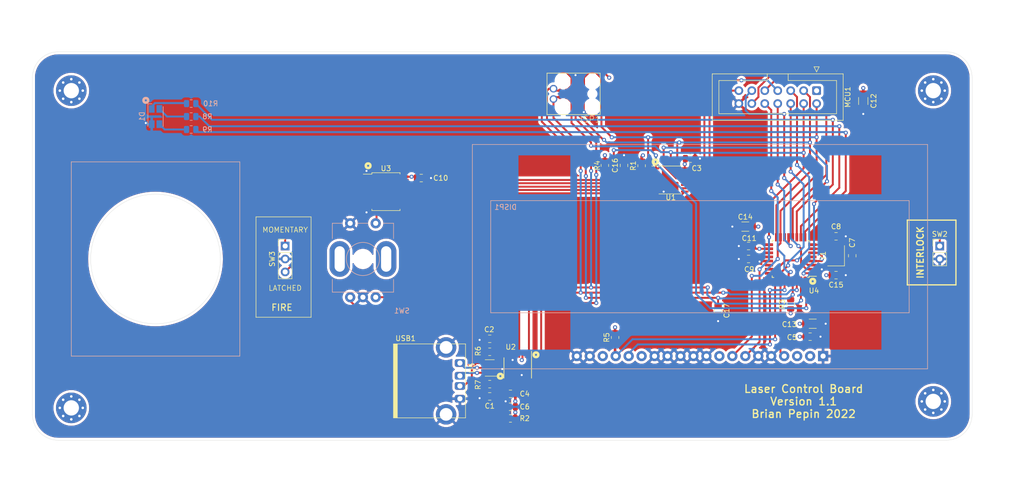
<source format=kicad_pcb>
(kicad_pcb (version 20211014) (generator pcbnew)
  (title_block (title "Laser Control Board") (date "2021-12-29") (rev "1.1"))
  (layers (0 "F.Cu" signal) (1 "In1.Cu" signal) (2 "In2.Cu" signal) (31 "B.Cu" signal) (34 "B.Paste" user) (35 "F.Paste" user) (36 "B.SilkS" user "B.Silkscreen") (37 "F.SilkS" user "F.Silkscreen") (38 "B.Mask" user) (39 "F.Mask" user) (44 "Edge.Cuts" user))
  (net 0 "")
  (net 1 "GND")
  (net 2 "USBD_N")
  (net 3 "USBD_P")
  (net 4 "+3V0")
  (net 5 "XTAL1")
  (net 6 "XTAL2")
  (net 7 "Net-(C9-Pad1)")
  (net 8 "Net-(D1-Pad4)")
  (net 9 "Net-(D1-Pad3)")
  (net 10 "DISP_CS")
  (net 11 "DISP_RES")
  (net 12 "DISP_DC")
  (net 13 "SCK")
  (net 14 "MOSI")
  (net 15 "MISO")
  (net 16 "ISP")
  (net 17 "RXD")
  (net 18 "TXD")
  (net 19 "RESET")
  (net 20 "INTERLOCK_SW")
  (net 21 "TEC_ENABLE")
  (net 22 "CS_TEC_SET")
  (net 23 "RST_LASER")
  (net 24 "INTERLOCK_EN")
  (net 25 "CS_CHARGE")
  (net 26 "CS_TEC_READ")
  (net 27 "TMP_LASER")
  (net 28 "CS_LASER")
  (net 29 "LED_R")
  (net 30 "LED_G")
  (net 31 "LED_B")
  (net 32 "ENC_SEL_SW")
  (net 33 "ENC_A_SW")
  (net 34 "ENC_B_SW")
  (net 35 "FIRE_LATCH_SW")
  (net 36 "FIRE_MOM_SW")
  (net 37 "BUTTON_IRQ")
  (net 38 "FIRE_LATCH")
  (net 39 "FIRE_MOM")
  (net 40 "ENC_SEL")
  (net 41 "CS_BUTTONS")
  (net 42 "Net-(D1-Pad1)")
  (net 43 "Net-(R6-Pad1)")
  (net 44 "Net-(R7-Pad1)")
  (net 45 "Net-(U5-Pad5)")
  (net 50 "Net-(C16-Pad2)")
  (footprint "Capacitor_SMD:C_0805_2012Metric" (layer "F.Cu") (at 180.975 81.915 180)
    (fp_text reference "C3")
    (fp_text value ".1uF")
  )
  (footprint "Capacitor_SMD:C_0805_2012Metric" (layer "F.Cu") (at 204.47 116.84 180)
    (fp_text reference "C5")
    (fp_text value ".1uF")
  )
  (footprint "Capacitor_SMD:C_0805_2012Metric" (layer "F.Cu") (at 212.725 100.965 90)
    (fp_text reference "C7")
    (fp_text value "18pF")
  )
  (footprint "Capacitor_SMD:C_0805_2012Metric" (layer "F.Cu") (at 209.55 97.155 180)
    (fp_text reference "C8")
    (fp_text value "18pF")
  )
  (footprint "Capacitor_SMD:C_0805_2012Metric" (layer "F.Cu") (at 192.405 101.6 180)
    (fp_text reference "C9")
    (fp_text value ".1uF")
  )
  (footprint "Capacitor_SMD:C_0805_2012Metric" (layer "F.Cu") (at 128.27 85.725 180)
    (fp_text reference "C10")
    (fp_text value ".1uF")
  )
  (footprint "Capacitor_SMD:C_0805_2012Metric" (layer "F.Cu") (at 192.405 99.06)
    (fp_text reference "C11")
    (fp_text value ".1uF")
  )
  (footprint "Capacitor_SMD:C_1206_3216Metric" (layer "F.Cu") (at 204.978 114.3)
    (fp_text reference "C13")
    (fp_text value "22uF")
  )
  (footprint "Capacitor_SMD:C_1206_3216Metric" (layer "F.Cu") (at 191.77 95.25 180)
    (fp_text reference "C14")
    (fp_text value "22uF")
  )
  (footprint "pepin-footprints:TC2050-IDC" (layer "F.Cu") (at 161.798 69.215 180)
    (fp_text reference "ISP1")
    (fp_text value "AVR_ISP_10_SERIAL" hide)
  )
  (footprint "Connector_IDC:IDC-Header_2x07_P2.54mm_Vertical" (layer "F.Cu") (at 205.74 68.58 -90)
    (fp_text reference "MCU1")
    (fp_text value "2-1761603-5")
  )
  (footprint "Resistor_SMD:R_0805_2012Metric" (layer "F.Cu") (at 171.45 83.312 90)
    (fp_text reference "R1")
    (fp_text value "10k")
  )
  (footprint "Resistor_SMD:R_0805_2012Metric" (layer "F.Cu") (at 200.66 110.49 90)
    (fp_text reference "R3")
    (fp_text value "10k")
  )
  (footprint "Connector_PinHeader_2.54mm:PinHeader_1x02_P2.54mm_Vertical" (layer "F.Cu") (at 229.87 99.06)
    (fp_text reference "SW2")
    (fp_text value "KO128B2007")
  )
  (footprint "Connector_PinHeader_2.54mm:PinHeader_1x03_P2.54mm_Vertical" (layer "F.Cu") (at 101.6 99.06)
    (fp_text reference "SW3")
    (fp_text value "TRD11G10WL")
  )
  (footprint "Package_SO:TSSOP-16_4.4x5mm_P0.65mm" (layer "F.Cu") (at 177.038 86.106)
    (fp_text reference "U1")
    (fp_text value "XRA1402IG16TR-F")
  )
  (footprint "Package_SO:SSOP-20_5.3x7.2mm_P0.65mm" (layer "F.Cu") (at 121.35 88.392)
    (fp_text reference "U3")
    (fp_text value "MAX6818EAP+T")
  )
  (footprint "Package_QFP:TQFP-32_7x7mm_P0.8mm" (layer "F.Cu") (at 200.66 101.6 180)
    (fp_text reference "U4")
    (fp_text value "ATMEGA328P-AU")
  )
  (footprint "Crystal:Crystal_SMD_3225-4Pin_3.2x2.5mm" (layer "F.Cu") (at 209.55 100.965 90)
    (fp_text reference "Y1")
    (fp_text value "ABM8AIG-20.000MHZ-4-T")
  )
  (footprint "Capacitor_SMD:C_0805_2012Metric" (layer "F.Cu") (at 209.55 104.775)
    (fp_text reference "C15")
    (fp_text value ".1uF")
  )
  (footprint "Capacitor_SMD:C_1206_3216Metric" (layer "F.Cu") (at 214.884 70.612 -90)
    (fp_text reference "C12")
    (fp_text value "22uF")
  )
  (footprint "Components:USB-A1HSW6" (layer "F.Cu") (at 135.844 125.513 -90)
    (fp_text reference "USB1")
    (fp_text value "USB-A1HSW6")
  )
  (footprint "Resistor_SMD:R_0805_2012Metric" (layer "F.Cu") (at 145.75 132.879)
    (fp_text reference "R2")
    (fp_text value "10k")
  )
  (footprint "Resistor_SMD:R_0805_2012Metric" (layer "F.Cu") (at 141.686 119.798)
    (fp_text reference "R6")
    (fp_text value "27")
  )
  (footprint "Package_SO:SSOP-16_3.9x4.9mm_P0.635mm" (layer "F.Cu") (at 147.147 122.973 -90)
    (fp_text reference "U2")
    (fp_text value "FT230XS-U")
  )
  (footprint "Package_TO_SOT_SMD:SOT-23-6" (layer "F.Cu") (at 141.686 122.973 180)
    (fp_text reference "U5")
    (fp_text value "ESDALD05UD4")
  )
  (footprint "Resistor_SMD:R_0805_2012Metric" (layer "F.Cu") (at 141.686 126.148)
    (fp_text reference "R7")
    (fp_text value "27")
  )
  (footprint "Capacitor_SMD:C_0805_2012Metric" (layer "F.Cu") (at 145.75 130.593 180)
    (fp_text reference "C6")
    (fp_text value "4.7uF")
  )
  (footprint "Capacitor_SMD:C_0805_2012Metric" (layer "F.Cu") (at 141.686 117.258 180)
    (fp_text reference "C2")
    (fp_text value "47pF")
  )
  (footprint "Capacitor_SMD:C_0805_2012Metric" (layer "F.Cu") (at 145.75 128.053 180)
    (fp_text reference "C4")
    (fp_text value ".1uF")
  )
  (footprint "Capacitor_SMD:C_0805_2012Metric" (layer "F.Cu") (at 141.686 128.561 180)
    (fp_text reference "C1")
    (fp_text value "47pF")
  )
  (footprint "MountingHole:MountingHole_3mm_Pad_Via" (layer "F.Cu") (at 59.69 68.58)
    (fp_text reference "H1" hide)
    (fp_text value "MountingHole_Pad")
  )
  (footprint "MountingHole:MountingHole_3mm_Pad_Via" (layer "F.Cu") (at 228.6 68.58)
    (fp_text reference "H2" hide)
    (fp_text value "MountingHole_Pad")
  )
  (footprint "MountingHole:MountingHole_3mm_Pad_Via" (layer "F.Cu") (at 59.69 130.81)
    (fp_text reference "H3" hide)
    (fp_text value "MountingHole_Pad")
  )
  (footprint "MountingHole:MountingHole_3mm_Pad_Via" (layer "F.Cu") (at 228.6 129.54)
    (fp_text reference "H4" hide)
    (fp_text value "MountingHole_Pad")
  )
  (footprint "Capacitor_SMD:C_0805_2012Metric" (layer "F.Cu") (at 168 83.25 -90)
    (fp_text reference "C16")
    (fp_text value ".1uF")
  )
  (footprint "Resistor_SMD:R_0805_2012Metric" (layer "F.Cu") (at 164.25 83.25 -90)
    (fp_text reference "R4")
    (fp_text value "10k")
  )
  (footprint "Resistor_SMD:R_0805_2012Metric" (layer "F.Cu") (at 166.25 117 90)
    (fp_text reference "R5")
    (fp_text value "10k")
  )
  (footprint "Capacitor_SMD:C_0805_2012Metric" (layer "F.Cu") (at 186.436 111.76 -90)
    (fp_text reference "C17")
    (fp_text value ".1uF")
  )
  (footprint "Resistor_SMD:R_0805_2012Metric" (layer "B.Cu") (at 83.185 73.66)
    (fp_text reference "R8")
    (fp_text value "175")
  )
  (footprint "Resistor_SMD:R_0805_2012Metric" (layer "B.Cu") (at 83.185 76.2)
    (fp_text reference "R9")
    (fp_text value "175")
  )
  (footprint "Resistor_SMD:R_0805_2012Metric" (layer "B.Cu") (at 83.185 71.12)
    (fp_text reference "R10")
    (fp_text value "600")
  )
  (footprint "Components:EN11-HSM" (layer "B.Cu") (at 116.84 101.6 180)
    (fp_text reference "SW1")
    (fp_text value "EN11-HSM1AF20")
  )
  (footprint "LED_SMD:LED_Avago_PLCC4_3.2x2.8mm_CW" (layer "B.Cu") (at 76.2 73.66 -90)
    (fp_text reference "D1")
    (fp_text value "AAA3528LSEKJ3ZGKQBKS")
  )
  (footprint "Components:NHD-3.12-25664UC" (layer "B.Cu") (at 182.88 101.6 180)
    (fp_text reference "DISP1")
    (fp_text value "NHD-3.12-25664UCW2")
  )
  (gr_line (start 92.71 82.55) (end 59.69 82.55) (layer "B.SilkS") (width 0.12))
  (gr_circle (center 74.295 70.485) (end 74.495 70.485) (layer "B.SilkS") (width 0.5) (fill none))
  (gr_line (start 59.69 82.55) (end 59.69 120.65) (layer "B.SilkS") (width 0.12))
  (gr_line (start 92.71 120.65) (end 92.71 82.55) (layer "B.SilkS") (width 0.12))
  (gr_line (start 59.69 120.65) (end 92.71 120.65) (layer "B.SilkS") (width 0.12))
  (gr_line (start 95.885 113.03) (end 95.885 93.345) (layer "F.SilkS") (width 0.12))
  (gr_line (start 223.52 106.68) (end 223.52 93.98) (layer "F.SilkS") (width 0.254))
  (gr_circle (center 174.117 82.55) (end 174.317 82.55) (layer "F.SilkS") (width 0.5) (fill none))
  (gr_circle (center 150.749 120.396) (end 150.949 120.396) (layer "F.SilkS") (width 0.5) (fill none))
  (gr_circle (center 143.764 124.587) (end 143.964 124.587) (layer "F.SilkS") (width 0.5) (fill none))
  (gr_circle (center 117.856 83.312) (end 118.056 83.312) (layer "F.SilkS") (width 0.5) (fill none))
  (gr_circle (center 204.978 105.972) (end 205.178 105.972) (layer "F.SilkS") (width 0.5) (fill none))
  (gr_line (start 106.68 93.345) (end 106.68 113.03) (layer "F.SilkS") (width 0.12))
  (gr_line (start 95.885 93.345) (end 106.68 93.345) (layer "F.SilkS") (width 0.12))
  (gr_line (start 106.68 113.03) (end 95.885 113.03) (layer "F.SilkS") (width 0.12))
  (gr_line (start 223.52 93.98) (end 233.045 93.98) (layer "F.SilkS") (width 0.254))
  (gr_line (start 233.045 106.68) (end 223.52 106.68) (layer "F.SilkS") (width 0.254))
  (gr_line (start 233.045 93.98) (end 233.045 106.68) (layer "F.SilkS") (width 0.254))
  (gr_line (start 52.07 132.08) (end 52.07 66.04) (layer "Edge.Cuts") (width 0.05))
  (gr_arc (start 57.15 137.16) (mid 53.557898 135.672102) (end 52.07 132.08) (layer "Edge.Cuts") (width 0.05))
  (gr_arc (start 231.14 60.96) (mid 234.732102 62.447898) (end 236.22 66.04) (layer "Edge.Cuts") (width 0.05))
  (gr_line (start 236.22 66.04) (end 236.22 132.08) (layer "Edge.Cuts") (width 0.05))
  (gr_line (start 57.15 60.96) (end 231.14 60.96) (layer "Edge.Cuts") (width 0.05))
  (gr_arc (start 52.07 66.04) (mid 53.557898 62.447898) (end 57.15 60.96) (layer "Edge.Cuts") (width 0.05))
  (gr_circle (center 76.2 101.6) (end 88.9 101.6) (layer "Edge.Cuts") (width 0.05) (fill none))
  (gr_arc (start 236.22 132.08) (mid 234.732102 135.672102) (end 231.14 137.16) (layer "Edge.Cuts") (width 0.05))
  (gr_line (start 231.14 137.16) (end 57.15 137.16) (layer "Edge.Cuts") (width 0.05))
  (gr_text "LATCHED" (at 101.6 107.315) (layer "F.SilkS") (effects (font (size 1.016 1.016) (thickness 0.127))))
  (gr_text "MOMENTARY" (at 101.6 95.885) (layer "F.SilkS") (effects (font (size 1.016 1.016) (thickness 0.127))))
  (gr_text "Laser Control Board\nVersion 1.1\nBrian Pepin 2022" (at 203.2 129.54) (layer "F.SilkS") (effects (font (size 1.524 1.524) (thickness 0.254))))
  (gr_text "INTERLOCK" (at 226.06 100.33 90) (layer "F.SilkS") (effects (font (size 1.27 1.27) (thickness 0.254))))
  (gr_text "FIRE" (at 100.965 111.125) (layer "F.SilkS") (effects (font (size 1.27 1.27) (thickness 0.2032))))
  (segment (start 144.8 130.593) (end 144.8 129.52) (width 0.508) (layer "F.Cu") (net 1))
  (segment (start 144.8 129.52) (end 144.8 128.053) (width 0.508) (layer "F.Cu") (net 1))
  (segment (start 146.1945 121.390513) (end 146.170546 121.414467) (width 0.381) (layer "F.Cu") (net 1))
  (segment (start 146.1945 120.373) (end 146.1945 121.390513) (width 0.381) (layer "F.Cu") (net 1))
  (segment (start 139.917 117.258) (end 139.7 117.475) (width 0.381) (layer "F.Cu") (net 1))
  (segment (start 140.736 117.258) (end 139.917 117.258) (width 0.381) (layer "F.Cu") (net 1))
  (segment (start 147.4645 125.573) (end 147.4645 124.592) (width 0.381) (layer "F.Cu") (net 1))
  (segment (start 147.686702 124.369798) (end 147.955 124.369798) (width 0.381) (layer "F.Cu") (net 1))
  (segment (start 147.4645 124.592) (end 147.686702 124.369798) (width 0.381) (layer "F.Cu") (net 1))
  (segment (start 142.786 122.973) (end 143.928 122.973) (width 0.381) (layer "F.Cu") (net 1))
  (segment (start 143.928 122.973) (end 144.145 123.19) (width 0.381) (layer "F.Cu") (net 1))
  (segment (start 140.044 128.561) (end 139.7 128.905) (width 0.381) (layer "F.Cu") (net 1))
  (segment (start 140.736 128.561) (end 140.044 128.561) (width 0.381) (layer "F.Cu") (net 1))
  (segment (start 146.1945 120.373) (end 146.8295 120.373) (width 0.381) (layer "F.Cu") (net 1))
  (segment (start 210.4 99.865) (end 212.575 99.865) (width 0.381) (layer "F.Cu") (net 1))
  (segment (start 191.455 101.6) (end 190.5 101.6) (width 0.508) (layer "F.Cu") (net 1))
  (segment (start 117.85 84.638) (end 117.54 84.328) (width 0.381) (layer "F.Cu") (net 1))
  (segment (start 190.295 95.25) (end 189.23 95.25) (width 0.508) (layer "F.Cu") (net 1))
  (segment (start 206.453 114.3) (end 207.518 114.3) (width 0.508) (layer "F.Cu") (net 1))
  (segment (start 210.5 99.765) (end 210.4 99.865) (width 0.381) (layer "F.Cu") (net 1))
  (segment (start 117.85 89.367) (end 117.85 90.017) (width 0.381) (layer "F.Cu") (net 1))
  (segment (start 157.988 68.58) (end 158.496 68.072) (width 0.381) (layer "F.Cu") (net 1))
  (segment (start 160.528 69.85) (end 160.114784 70.263216) (width 0.381) (layer "F.Cu") (net 1))
  (segment (start 174.1865 88.392) (end 174.1755 88.381) (width 0.381) (layer "F.Cu") (net 1))
  (segment (start 210.5 104.775) (end 211.455 104.775) (width 0.381) (layer "F.Cu") (net 1))
  (segment (start 212.575 99.865) (end 212.725 100.015) (width 0.381) (layer "F.Cu") (net 1))
  (segment (start 205.924 102.8) (end 206.756 103.632) (width 0.381) (layer "F.Cu") (net 1))
  (segment (start 203.708 102.485902) (end 203.708 101.514098) (width 0.381) (layer "F.Cu") (net 1))
  (segment (start 117.85 92.146) (end 117.54 92.456) (width 0.381) (layer "F.Cu") (net 1))
  (segment (start 204.022098 101.2) (end 204.91 101.2) (width 0.381) (layer "F.Cu") (net 1))
  (segment (start 208.7 102.065) (end 208.7 102.975) (width 0.381) (layer "F.Cu") (net 1))
  (segment (start 196.41 102) (end 194.672 102) (width 0.508) (layer "F.Cu") (net 1))
  (segment (start 214.884 72.087) (end 214.884 73.152) (width 0.508) (layer "F.Cu") (net 1))
  (segment (start 158.496 68.072) (end 158.496 65.532) (width 0.381) (layer "F.Cu") (net 1))
  (segment (start 205.42 116.84) (end 206.502 116.84) (width 0.508) (layer "F.Cu") (net 1))
  (segment (start 182.88 81.915) (end 181.925 81.915) (width 0.508) (layer "F.Cu") (net 1))
  (segment (start 117.85 91.317) (end 117.85 92.146) (width 0.381) (layer "F.Cu") (net 1))
  (segment (start 204.91 102.8) (end 205.924 102.8) (width 0.381) (layer "F.Cu") (net 1))
  (segment (start 203.708 101.514098) (end 204.022098 101.2) (width 0.381) (layer "F.Cu") (net 1))
  (segment (start 210.5 97.155) (end 210.5 99.765) (width 0.381) (layer "F.Cu") (net 1))
  (segment (start 168 82.3) (end 168 81.25) (width 0.508) (layer "F.Cu") (net 1))
  (segment (start 204.91 102.8) (end 204.022098 102.8) (width 0.381) (layer "F.Cu") (net 1))
  (segment (start 117.85 90.667) (end 117.85 91.317) (width 0.381) (layer "F.Cu") (net 1))
  (segment (start 160.114784 70.263216) (end 160.114784 72.786097) (width 0.381) (layer "F.Cu") (net 1))
  (segment (start 204.022098 102.8) (end 203.708 102.485902) (width 0.381) (layer "F.Cu") (net 1))
  (segment (start 175.768 88.392) (end 174.1865 88.392) (width 0.381) (layer "F.Cu") (net 1))
  (segment (start 210.5 97.155) (end 211.455 97.155) (width 0.381) (layer "F.Cu") (net 1))
  (segment (start 191.455 99.06) (end 190.5 99.06) (width 0.508) (layer "F.Cu") (net 1))
  (segment (start 194.672 102) (end 194.564 102.108) (width 0.508) (layer "F.Cu") (net 1))
  (segment (start 117.85 90.017) (end 117.85 90.667) (width 0.381) (layer "F.Cu") (net 1))
  (segment (start 129.22 85.725) (end 130.175 85.725) (width 0.381) (layer "F.Cu") (net 1))
  (segment (start 186.436 112.71) (end 186.436 113.792) (width 0.381) (layer "F.Cu") (net 1))
  (segment (start 210.4 100.167902) (end 210.4 99.865) (width 0.381) (layer "F.Cu") (net 1))
  (segment (start 208.7 102.975) (end 210.5 104.775) (width 0.381) (layer "F.Cu") (net 1))
  (segment (start 117.85 85.467) (end 117.85 84.638) (width 0.381) (layer "F.Cu") (net 1))
  (via (at 146.170546 121.414467) (size 0.8) (drill 0.4) (layers "F.Cu" "B.Cu") (net 1))
  (via (at 139.7 117.475) (size 0.8) (drill 0.4) (layers "F.Cu" "B.Cu") (net 1))
  (via (at 147.955 124.369798) (size 0.8) (drill 0.4) (layers "F.Cu" "B.Cu") (net 1))
  (via (at 144.145 123.19) (size 0.8) (drill 0.4) (layers "F.Cu" "B.Cu") (net 1))
  (via (at 144.8 129.52) (size 0.8) (drill 0.4) (layers "F.Cu" "B.Cu") (net 1))
  (via (at 139.7 128.905) (size 0.8) (drill 0.4) (layers "F.Cu" "B.Cu") (net 1))
  (via (at 117.54 84.328) (size 0.8) (drill 0.4) (layers "F.Cu" "B.Cu") (net 1))
  (via (at 211.455 104.775) (size 0.8) (drill 0.4) (layers "F.Cu" "B.Cu") (net 1))
  (via (at 189.23 95.25) (size 0.8) (drill 0.4) (layers "F.Cu" "B.Cu") (net 1))
  (via (at 160.114784 72.786097) (size 0.8) (drill 0.4) (layers "F.Cu" "B.Cu") (net 1))
  (via (at 214.884 73.152) (size 0.8) (drill 0.4) (layers "F.Cu" "B.Cu") (net 1))
  (via (at 211.455 97.155) (size 0.8) (drill 0.4) (layers "F.Cu" "B.Cu") (net 1))
  (via (at 182.88 81.915) (size 0.8) (drill 0.4) (layers "F.Cu" "B.Cu") (net 1))
  (via (at 206.502 116.84) (size 0.8) (drill 0.4) (layers "F.Cu" "B.Cu") (net 1))
  (via (at 158.496 65.532) (size 0.8) (drill 0.4) (layers "F.Cu" "B.Cu") (net 1))
  (via (at 207.518 114.3) (size 0.8) (drill 0.4) (layers "F.Cu" "B.Cu") (net 1))
  (via (at 206.756 103.632) (size 0.8) (drill 0.4) (layers "F.Cu" "B.Cu") (net 1))
  (via (at 74.295 74.93) (size 0.8) (drill 0.4) (layers "F.Cu" "B.Cu") (net 1))
  (via (at 190.5 99.06) (size 0.8) (drill 0.4) (layers "F.Cu" "B.Cu") (net 1))
  (via (at 175.768 88.392) (size 0.8) (drill 0.4) (layers "F.Cu" "B.Cu") (net 1))
  (via (at 190.5 101.6) (size 0.8) (drill 0.4) (layers "F.Cu" "B.Cu") (net 1))
  (via (at 130.175 85.725) (size 0.8) (drill 0.4) (layers "F.Cu" "B.Cu") (net 1))
  (via (at 194.564 102.108) (size 0.8) (drill 0.4) (layers "F.Cu" "B.Cu") (net 1))
  (via (at 117.54 92.456) (size 0.8) (drill 0.4) (layers "F.Cu" "B.Cu") (net 1))
  (via (at 168 81.25) (size 0.8) (drill 0.4) (layers "F.Cu" "B.Cu") (net 1))
  (via (at 186.436 113.792) (size 0.8) (drill 0.4) (layers "F.Cu" "B.Cu") (net 1))
  (segment (start 74.525 75.16) (end 74.295 74.93) (width 0.381) (layer "B.Cu") (net 1))
  (segment (start 75.45 75.16) (end 74.525 75.16) (width 0.381) (layer "B.Cu") (net 1))
  (segment (start 144.9245 125.573) (end 143.1735 125.573) (width 0.381) (layer "F.Cu") (net 2))
  (segment (start 143.1735 125.573) (end 142.5985 126.148) (width 0.381) (layer "F.Cu") (net 2))
  (segment (start 142.5985 128.5235) (end 142.636 128.561) (width 0.381) (layer "F.Cu") (net 2))
  (segment (start 142.5985 126.148) (end 142.5985 128.5235) (width 0.381) (layer "F.Cu") (net 2))
  (segment (start 142.5985 119.798) (end 142.5985 117.2955) (width 0.381) (layer "F.Cu") (net 3))
  (segment (start 142.5985 117.2955) (end 142.636 117.258) (width 0.381) (layer "F.Cu") (net 3))
  (segment (start 144.9245 120.373) (end 143.1735 120.373) (width 0.381) (layer "F.Cu") (net 3))
  (segment (start 143.1735 120.373) (end 142.5985 119.798) (width 0.381) (layer "F.Cu") (net 3))
  (segment (start 194.532 99.6) (end 193.895 99.6) (width 0.381) (layer "F.Cu") (net 4))
  (segment (start 179.9005 82.9895) (end 179.9005 82.0395) (width 0.381) (layer "F.Cu") (net 4))
  (segment (start 146.8295 126.8555) (end 146.8295 127.9235) (width 0.381) (layer "F.Cu") (net 4))
  (segment (start 146.8295 127.9235) (end 146.7 128.053) (width 0.381) (layer "F.Cu") (net 4))
  (segment (start 146.8295 125.573) (end 146.8295 126.8555) (width 0.381) (layer "F.Cu") (net 4))
  (segment (start 146.7 129.525) (end 146.7 130.593) (width 0.508) (layer "F.Cu") (net 4))
  (segment (start 146.7 128.053) (end 146.7 129.525) (width 0.508) (layer "F.Cu") (net 4))
  (segment (start 146.7 130.593) (end 146.7 131.684) (width 0.508) (layer "F.Cu") (net 4))
  (segment (start 146.7 132.8415) (end 146.6625 132.879) (width 0.508) (layer "F.Cu") (net 4))
  (segment (start 126.369 85.467) (end 127.062 85.467) (width 0.381) (layer "F.Cu") (net 4))
  (segment (start 160.528 64.008) (end 159.258 65.278) (width 0.381) (layer "F.Cu") (net 4))
  (segment (start 179.9005 83.831) (end 179.9005 82.9895) (width 0.381) (layer "F.Cu") (net 4))
  (segment (start 179.9005 82.0395) (end 180.025 81.915) (width 0.381) (layer "F.Cu") (net 4))
  (segment (start 164.25 82.3375) (end 164.25 81.25) (width 0.508) (layer "F.Cu") (net 4))
  (segment (start 204.91 102) (end 206.756 102) (width 0.381) (layer "F.Cu") (net 4))
  (segment (start 145.722099 124.632499) (end 145.5595 124.795098) (width 0.381) (layer "F.Cu") (net 4))
  (segment (start 206.184951 100.4) (end 204.91 100.4) (width 0.381) (layer "F.Cu") (net 4))
  (segment (start 165.1 66.04) (end 163.068 64.008) (width 0.381) (layer "F.Cu") (net 4))
  (segment (start 166.25 116.0875) (end 166.25 115) (width 0.508) (layer "F.Cu") (net 4))
  (segment (start 171.45 81.534) (end 171.704 81.28) (width 0.508) (layer "F.Cu") (net 4))
  (segment (start 148.0995 121.299495) (end 148.0995 120.373) (width 0.381) (layer "F.Cu") (net 4))
  (segment (start 208.6 104.775) (end 207.645 104.775) (width 0.381) (layer "F.Cu") (net 4))
  (segment (start 145.5595 124.795098) (end 145.5595 125.573) (width 0.381) (layer "F.Cu") (net 4))
  (segment (start 124.85 85.467) (end 126.369 85.467) (width 0.381) (layer "F.Cu") (net 4))
  (segment (start 206.756 102) (end 206.756 101.6) (width 0.381) (layer "F.Cu") (net 4))
  (segment (start 147.967741 121.431254) (end 148.0995 121.299495) (width 0.381) (layer "F.Cu") (net 4))
  (segment (start 127.062 85.467) (end 127.32 85.725) (width 0.381) (layer "F.Cu") (net 4))
  (segment (start 146.8295 125.573) (end 146.8295 124.795098) (width 0.381) (layer "F.Cu") (net 4))
  (segment (start 203.52 116.84) (end 202.438 116.84) (width 0.508) (layer "F.Cu") (net 4))
  (segment (start 146.8295 124.795098) (end 146.666901 124.632499) (width 0.381) (layer "F.Cu") (net 4))
  (segment (start 200.66 111.4025) (end 200.66 112.268) (width 0.508) (layer "F.Cu") (net 4))
  (segment (start 214.884 69.137) (end 214.884 68.072) (width 0.508) (layer "F.Cu") (net 4))
  (segment (start 203.503 114.3) (end 202.438 114.3) (width 0.508) (layer "F.Cu") (net 4))
  (segment (start 196.41 99.6) (end 194.532 99.6) (width 0.381) (layer "F.Cu") (net 4))
  (segment (start 146.666901 124.632499) (end 145.722099 124.632499) (width 0.381) (layer "F.Cu") (net 4))
  (segment (start 163.068 64.008) (end 160.528 64.008) (width 0.381) (layer "F.Cu") (net 4))
  (segment (start 159.258 65.278) (end 159.258 68.58) (width 0.381) (layer "F.Cu") (net 4))
  (segment (start 146.7 131.684) (end 146.7 132.8415) (width 0.508) (layer "F.Cu") (net 4))
  (segment (start 171.45 82.3995) (end 171.45 81.534) (width 0.508) (layer "F.Cu") (net 4))
  (segment (start 193.895 99.6) (end 193.355 99.06) (width 0.381) (layer "F.Cu") (net 4))
  (segment (start 206.756 100.971049) (end 206.184951 100.4) (width 0.381) (layer "F.Cu") (net 4))
  (segment (start 193.245 95.25) (end 194.31 95.25) (width 0.508) (layer "F.Cu") (net 4))
  (segment (start 206.756 101.6) (end 206.756 100.971049) (width 0.381) (layer "F.Cu") (net 4))
  (via (at 146.7 129.525) (size 0.8) (drill 0.4) (layers "F.Cu" "B.Cu") (net 4))
  (via (at 147.967741 121.431254) (size 0.8) (drill 0.4) (layers "F.Cu" "B.Cu") (net 4))
  (via (at 126.369 85.467) (size 0.8) (drill 0.4) (layers "F.Cu" "B.Cu") (net 4))
  (via (at 171.704 81.28) (size 0.8) (drill 0.4) (layers "F.Cu" "B.Cu") (net 4))
  (via (at 166.25 115) (size 0.8) (drill 0.4) (layers "F.Cu" "B.Cu") (net 4))
  (via (at 207.645 104.775) (size 0.8) (drill 0.4) (layers "F.Cu" "B.Cu") (net 4))
  (via (at 194.31 95.25) (size 0.8) (drill 0.4) (layers "F.Cu" "B.Cu") (net 4))
  (via (at 202.438 116.84) (size 0.8) (drill 0.4) (layers "F.Cu" "B.Cu") (net 4))
  (via (at 179.9005 82.9895) (size 0.8) (drill 0.4) (layers "F.Cu" "B.Cu") (net 4))
  (via (at 194.532 99.6) (size 0.8) (drill 0.4) (layers "F.Cu" "B.Cu") (net 4))
  (via (at 200.66 112.268) (size 0.8) (drill 0.4) (layers "F.Cu" "B.Cu") (net 4))
  (via (at 214.884 68.072) (size 0.8) (drill 0.4) (layers "F.Cu" "B.Cu") (net 4))
  (via (at 165.1 66.04) (size 0.8) (drill 0.4) (layers "F.Cu" "B.Cu") (net 4))
  (via (at 202.438 114.3) (size 0.8) (drill 0.4) (layers "F.Cu" "B.Cu") (net 4))
  (via (at 206.756 101.6) (size 0.8) (drill 0.4) (layers "F.Cu" "B.Cu") (net 4))
  (via (at 164.25 81.25) (size 0.8) (drill 0.4) (layers "F.Cu" "B.Cu") (net 4))
  (via (at 146.7 131.684) (size 0.8) (drill 0.4) (layers "F.Cu" "B.Cu") (net 4))
  (segment (start 206.522098 99.6) (end 207.946597 101.024499) (width 0.381) (layer "F.Cu") (net 5))
  (segment (start 209.572401 101.024499) (end 210.4 101.852098) (width 0.381) (layer "F.Cu") (net 5))
  (segment (start 210.4 102.065) (end 212.575 102.065) (width 0.381) (layer "F.Cu") (net 5))
  (segment (start 210.4 101.852098) (end 210.4 102.065) (width 0.381) (layer "F.Cu") (net 5))
  (segment (start 212.575 102.065) (end 212.725 101.915) (width 0.381) (layer "F.Cu") (net 5))
  (segment (start 207.946597 101.024499) (end 209.572401 101.024499) (width 0.381) (layer "F.Cu") (net 5))
  (segment (start 204.91 99.6) (end 206.522098 99.6) (width 0.381) (layer "F.Cu") (net 5))
  (segment (start 204.91 98.8) (end 207.0655 98.8) (width 0.381) (layer "F.Cu") (net 6))
  (segment (start 208.1305 99.865) (end 208.7 99.865) (width 0.381) (layer "F.Cu") (net 6))
  (segment (start 208.6 97.155) (end 208.6 99.765) (width 0.381) (layer "F.Cu") (net 6))
  (segment (start 208.6 99.765) (end 208.7 99.865) (width 0.381) (layer "F.Cu") (net 6))
  (segment (start 207.0655 98.8) (end 208.1305 99.865) (width 0.381) (layer "F.Cu") (net 6))
  (segment (start 193.355 101.6) (end 193.755 101.2) (width 0.381) (layer "F.Cu") (net 7))
  (segment (start 193.755 101.2) (end 196.41 101.2) (width 0.381) (layer "F.Cu") (net 7))
  (segment (start 78.45 73.66) (end 82.2725 73.66) (width 0.381) (layer "B.Cu") (net 8))
  (segment (start 78.45 73.66) (end 76.95 72.16) (width 0.381) (layer "B.Cu") (net 8))
  (segment (start 79.7325 76.2) (end 77.99 76.2) (width 0.381) (layer "B.Cu") (net 9))
  (segment (start 79.7325 76.2) (end 82.2725 76.2) (width 0.381) (layer "B.Cu") (net 9))
  (segment (start 77.99 76.2) (end 76.95 75.16) (width 0.381) (layer "B.Cu") (net 9))
  (segment (start 197.612 106.098) (end 197.612 117.348) (width 0.381) (layer "F.Cu") (net 10))
  (segment (start 166.25 117.9125) (end 166.25 120.53) (width 0.508) (layer "F.Cu") (net 10))
  (segment (start 197.86 105.85) (end 197.612 106.098) (width 0.381) (layer "F.Cu") (net 10))
  (segment (start 166.25 120.53) (end 166.37 120.65) (width 0.508) (layer "F.Cu") (net 10))
  (via (at 197.612 117.348) (size 0.8) (drill 0.4) (layers "F.Cu" "B.Cu") (net 10))
  (segment (start 169.672 117.348) (end 193.701954 117.348) (width 0.381) (layer "B.Cu") (net 10))
  (segment (start 193.701954 117.348) (end 197.612 117.348) (width 0.381) (layer "B.Cu") (net 10))
  (segment (start 166.37 120.65) (end 169.672 117.348) (width 0.381) (layer "B.Cu") (net 10))
  (segment (start 196.596 118.364) (end 196.596 107.696) (width 0.381) (layer "F.Cu") (net 11))
  (segment (start 199.46 105.85) (end 199.46 107.6865) (width 0.381) (layer "F.Cu") (net 11))
  (segment (start 199.46 107.6865) (end 199.4505 107.696) (width 0.381) (layer "F.Cu") (net 11))
  (via (at 199.4505 107.696) (size 0.8) (drill 0.4) (layers "F.Cu" "B.Cu") (net 11))
  (via (at 196.596 118.364) (size 0.8) (drill 0.4) (layers "F.Cu" "B.Cu") (net 11))
  (via (at 196.596 107.696) (size 0.8) (drill 0.4) (layers "F.Cu" "B.Cu") (net 11))
  (segment (start 168.91 120.142) (end 168.91 120.65) (width 0.381) (layer "B.Cu") (net 11))
  (segment (start 199.4505 107.696) (end 196.596 107.696) (width 0.381) (layer "B.Cu") (net 11))
  (segment (start 170.688 118.364) (end 168.91 120.142) (width 0.381) (layer "B.Cu") (net 11))
  (segment (start 196.596 118.364) (end 170.688 118.364) (width 0.381) (layer "B.Cu") (net 11))
  (segment (start 198.66 119.92) (end 199.39 120.65) (width 0.381) (layer "F.Cu") (net 12))
  (segment (start 198.66 105.85) (end 198.66 119.92) (width 0.381) (layer "F.Cu") (net 12))
  (segment (start 191.77 120.65) (end 194.564 117.856) (width 0.381) (layer "F.Cu") (net 13))
  (segment (start 161.544 78.74) (end 157.710471 74.906471) (width 0.381) (layer "F.Cu") (net 13))
  (segment (start 157.710471 70.842471) (end 156.718 69.85) (width 0.381) (layer "F.Cu") (net 13))
  (segment (start 203.2 80.772) (end 203.2 71.12) (width 0.381) (layer "F.Cu") (net 13))
  (segment (start 178.666088 85.131) (end 177.165 83.629912) (width 0.381) (layer "F.Cu") (net 13))
  (segment (start 203.2 83.82) (end 196.41 90.61) (width 0.381) (layer "F.Cu") (net 13))
  (segment (start 157.710471 74.906471) (end 157.710471 70.842471) (width 0.381) (layer "F.Cu") (net 13))
  (segment (start 179.9005 85.131) (end 178.666088 85.131) (width 0.381) (layer "F.Cu") (net 13))
  (segment (start 161.544 79.375) (end 161.544 78.74) (width 0.381) (layer "F.Cu") (net 13))
  (segment (start 177.165 83.629912) (end 177.165 80.645) (width 0.381) (layer "F.Cu") (net 13))
  (segment (start 196.41 90.61) (end 196.41 97.35) (width 0.381) (layer "F.Cu") (net 13))
  (segment (start 194.564 117.856) (end 194.564 103.632) (width 0.381) (layer "F.Cu") (net 13))
  (segment (start 196.41 98.8) (end 196.41 97.35) (width 0.381) (layer "F.Cu") (net 13))
  (segment (start 203.2 80.772) (end 203.2 83.82) (width 0.381) (layer "F.Cu") (net 13))
  (via (at 194.564 103.632) (size 0.8) (drill 0.4) (layers "F.Cu" "B.Cu") (net 13))
  (via (at 177.165 80.645) (size 0.8) (drill 0.4) (layers "F.Cu" "B.Cu") (net 13))
  (via (at 196.41 97.35) (size 0.8) (drill 0.4) (layers "F.Cu" "B.Cu") (net 13))
  (via (at 203.2 80.772) (size 0.8) (drill 0.4) (layers "F.Cu" "B.Cu") (net 13))
  (via (at 161.544 79.375) (size 0.8) (drill 0.4) (layers "F.Cu" "B.Cu") (net 13))
  (segment (start 189.992 80.772) (end 177.292 80.772) (width 0.381) (layer "B.Cu") (net 13))
  (segment (start 177.292 80.772) (end 177.165 80.645) (width 0.381) (layer "B.Cu") (net 13))
  (segment (start 161.544 79.375) (end 161.678989 79.509989) (width 0.381) (layer "B.Cu") (net 13))
  (segment (start 175.26 80.645) (end 177.165 80.645) (width 0.381) (layer "B.Cu") (net 13))
  (segment (start 196.41 101.786) (end 196.41 97.35) (width 0.381) (layer "B.Cu") (net 13))
  (segment (start 161.678989 79.509989) (end 174.124989 79.509989) (width 0.381) (layer "B.Cu") (net 13))
  (segment (start 203.2 80.772) (end 189.992 80.772) (width 0.381) (layer "B.Cu") (net 13))
  (segment (start 194.564 103.632) (end 196.41 101.786) (width 0.381) (layer "B.Cu") (net 13))
  (segment (start 174.124989 79.509989) (end 175.26 80.645) (width 0.381) (layer "B.Cu") (net 13))
  (segment (start 162.472122 65.047529) (end 161.123878 65.047529) (width 0.381) (layer "F.Cu") (net 14))
  (segment (start 172.72 77.724) (end 172.72 83.806688) (width 0.381) (layer "F.Cu") (net 14))
  (segment (start 198.66 98.52) (end 198.12 99.06) (width 0.381) (layer "F.Cu") (net 14))
  (segment (start 198.12 99.06) (end 198.12 101.6) (width 0.381) (layer "F.Cu") (net 14))
  (segment (start 173.394312 84.481) (end 174.1755 84.481) (width 0.381) (layer "F.Cu") (net 14))
  (segment (start 193.04 116.84) (end 193.04 104.902003) (width 0.381) (layer "F.Cu") (net 14))
  (segment (start 163.576 66.151407) (end 162.472122 65.047529) (width 0.381) (layer "F.Cu") (net 14))
  (segment (start 165.608 77.724) (end 163.576 75.692) (width 0.381) (layer "F.Cu") (net 14))
  (segment (start 160.170529 68.222529) (end 160.528 68.58) (width 0.381) (layer "F.Cu") (net 14))
  (segment (start 198.66 97.35) (end 198.66 92.17) (width 0.381) (layer "F.Cu") (net 14))
  (segment (start 160.170529 66.000878) (end 160.170529 68.222529) (width 0.381) (layer "F.Cu") (net 14))
  (segment (start 198.66 97.35) (end 198.66 98.52) (width 0.381) (layer "F.Cu") (net 14))
  (segment (start 205.74 77.724) (end 205.74 71.12) (width 0.381) (layer "F.Cu") (net 14))
  (segment (start 198.66 92.17) (end 205.74 85.09) (width 0.381) (layer "F.Cu") (net 14))
  (segment (start 205.74 85.09) (end 205.74 77.724) (width 0.381) (layer "F.Cu") (net 14))
  (segment (start 161.123878 65.047529) (end 160.170529 66.000878) (width 0.381) (layer "F.Cu") (net 14))
  (segment (start 189.23 120.65) (end 193.04 116.84) (width 0.381) (layer "F.Cu") (net 14))
  (segment (start 172.72 83.806688) (end 173.394312 84.481) (width 0.381) (layer "F.Cu") (net 14))
  (segment (start 163.576 75.692) (end 163.576 66.151407) (width 0.381) (layer "F.Cu") (net 14))
  (via (at 198.12 101.6) (size 0.8) (drill 0.4) (layers "F.Cu" "B.Cu") (net 14))
  (via (at 172.72 77.724) (size 0.8) (drill 0.4) (layers "F.Cu" "B.Cu") (net 14))
  (via (at 165.608 77.724) (size 0.8) (drill 0.4) (layers "F.Cu" "B.Cu") (net 14))
  (via (at 193.04 104.902003) (size 0.8) (drill 0.4) (layers "F.Cu" "B.Cu") (net 14))
  (via (at 205.74 77.724) (size 0.8) (drill 0.4) (layers "F.Cu" "B.Cu") (net 14))
  (segment (start 193.04 104.902003) (end 194.817997 104.902003) (width 0.381) (layer "B.Cu") (net 14))
  (segment (start 165.608 77.724) (end 172.72 77.724) (width 0.381) (layer "B.Cu") (net 14))
  (segment (start 172.72 77.724) (end 205.74 77.724) (width 0.381) (layer "B.Cu") (net 14))
  (segment (start 194.817997 104.902003) (end 198.12 101.6) (width 0.381) (layer "B.Cu") (net 14))
  (segment (start 204.440501 78.515499) (end 204.440501 81.055499) (width 0.381) (layer "F.Cu") (net 15))
  (segment (start 197.86 91.065) (end 204.440501 84.484499) (width 0.381) (layer "F.Cu") (net 15))
  (segment (start 204.440501 69.820501) (end 204.440501 78.515499) (width 0.381) (layer "F.Cu") (net 15))
  (segment (start 179.119312 84.481) (end 179.9005 84.481) (width 0.381) (layer "F.Cu") (net 15))
  (segment (start 163.957 78.232) (end 159.258 73.533) (width 0.381) (layer "F.Cu") (net 15))
  (segment (start 159.258 73.533) (end 159.258 69.85) (width 0.381) (layer "F.Cu") (net 15))
  (segment (start 164.084 78.232) (end 163.957 78.232) (width 0.381) (layer "F.Cu") (net 15))
  (segment (start 178.435 83.796688) (end 179.119312 84.481) (width 0.381) (layer "F.Cu") (net 15))
  (segment (start 178.435 79.121) (end 178.435 83.796688) (width 0.381) (layer "F.Cu") (net 15))
  (segment (start 203.2 68.58) (end 204.440501 69.820501) (width 0.381) (layer "F.Cu") (net 15))
  (segment (start 197.86 97.35) (end 197.86 91.065) (width 0.381) (layer "F.Cu") (net 15))
  (segment (start 204.440501 84.484499) (end 204.440501 81.055499) (width 0.381) (layer "F.Cu") (net 15))
  (segment (start 178.816 78.74) (end 178.435 79.121) (width 0.381) (layer "F.Cu") (net 15))
  (via (at 178.816 78.74) (size 0.8) (drill 0.4) (layers "F.Cu" "B.Cu") (net 15))
  (via (at 164.084 78.232) (size 0.8) (drill 0.4) (layers "F.Cu" "B.Cu") (net 15))
  (via (at 204.440501 78.74) (size 0.8) (drill 0.4) (layers "F.Cu" "B.Cu") (net 15))
  (segment (start 190.881 78.74) (end 178.816 78.74) (width 0.381) (layer "B.Cu") (net 15))
  (segment (start 204.440501 78.74) (end 190.881 78.74) (width 0.381) (layer "B.Cu") (net 15))
  (segment (start 164.592 78.74) (end 178.816 78.74) (width 0.381) (layer "B.Cu") (net 15))
  (segment (start 164.084 78.232) (end 164.592 78.74) (width 0.381) (layer "B.Cu") (net 15))
  (segment (start 146.1945 125.573) (end 146.1945 126.923154) (width 0.381) (layer "F.Cu") (net 16))
  (segment (start 145.69371 127.423944) (end 145.69371 132.02279) (width 0.381) (layer "F.Cu") (net 16))
  (segment (start 146.1945 126.923154) (end 145.69371 127.423944) (width 0.381) (layer "F.Cu") (net 16))
  (segment (start 145.69371 132.02279) (end 144.8375 132.879) (width 0.381) (layer "F.Cu") (net 16))
  (segment (start 151.765 133.35) (end 151.765 111.379) (width 0.381) (layer "F.Cu") (net 16))
  (segment (start 162.56 85.09) (end 162.56 78.162634) (width 0.381) (layer "F.Cu") (net 16))
  (segment (start 152.908 110.236) (end 162.56 110.236) (width 0.381) (layer "F.Cu") (net 16))
  (segment (start 158.518 74.120634) (end 158.518 70.38) (width 0.381) (layer "F.Cu") (net 16))
  (segment (start 150.495 134.62) (end 151.765 133.35) (width 0.381) (layer "F.Cu") (net 16))
  (segment (start 151.765 111.379) (end 152.908 110.236) (width 0.381) (layer "F.Cu") (net 16))
  (segment (start 158.518 70.38) (end 157.988 69.85) (width 0.381) (layer "F.Cu") (net 16))
  (segment (start 145.99675 134.62) (end 150.495 134.62) (width 0.381) (layer "F.Cu") (net 16))
  (segment (start 144.8375 133.46075) (end 145.99675 134.62) (width 0.381) (layer "F.Cu") (net 16))
  (segment (start 144.8375 132.879) (end 144.8375 133.46075) (width 0.381) (layer "F.Cu") (net 16))
  (segment (start 162.56 78.162634) (end 158.518 74.120634) (width 0.381) (layer "F.Cu") (net 16))
  (via (at 162.56 85.09) (size 0.8) (drill 0.4) (layers "F.Cu" "B.Cu") (net 16))
  (via (at 162.56 110.236) (size 0.8) (drill 0.4) (layers "F.Cu" "B.Cu") (net 16))
  (segment (start 162.56 110.236) (end 162.56 85.09) (width 0.381) (layer "B.Cu") (net 16))
  (segment (start 159.512 82.296) (end 151.892 74.676) (width 0.381) (layer "F.Cu") (net 17))
  (segment (start 201.86 107.6865) (end 201.8505 107.696) (width 0.381) (layer "F.Cu") (net 17))
  (segment (start 159.512 108.204) (end 151.892 108.204) (width 0.381) (layer "F.Cu") (net 17))
  (segment (start 151.892 74.676) (end 151.892 66.548) (width 0.381) (layer "F.Cu") (net 17))
  (segment (start 157.710471 66.000878) (end 157.710471 67.587529) (width 0.381) (layer "F.Cu") (net 17))
  (segment (start 149.3695 110.7265) (end 149.3695 120.373) (width 0.381) (layer "F.Cu") (net 17))
  (segment (start 151.892 66.548) (end 153.416 65.024) (width 0.381) (layer "F.Cu") (net 17))
  (segment (start 159.512 108.204) (end 187.452 108.204) (width 0.381) (layer "F.Cu") (net 17))
  (segment (start 159.512 84.328) (end 159.512 82.296) (width 0.381) (layer "F.Cu") (net 17))
  (segment (start 157.710471 67.587529) (end 156.718 68.58) (width 0.381) (layer "F.Cu") (net 17))
  (segment (start 151.892 108.204) (end 149.3695 110.7265) (width 0.381) (layer "F.Cu") (net 17))
  (segment (start 153.416 65.024) (end 156.733593 65.024) (width 0.381) (layer "F.Cu") (net 17))
  (segment (start 201.86 105.85) (end 201.86 107.6865) (width 0.381) (layer "F.Cu") (net 17))
  (segment (start 156.733593 65.024) (end 157.710471 66.000878) (width 0.381) (layer "F.Cu") (net 17))
  (via (at 159.512 84.328) (size 0.8) (drill 0.4) (layers "F.Cu" "B.Cu") (net 17))
  (via (at 201.8505 107.696) (size 0.8) (drill 0.4) (layers "F.Cu" "B.Cu") (net 17))
  (via (at 159.512 108.204) (size 0.8) (drill 0.4) (layers "F.Cu" "B.Cu") (net 17))
  (via (at 187.452 108.204) (size 0.8) (drill 0.4) (layers "F.Cu" "B.Cu") (net 17))
  (segment (start 187.452 108.204) (end 188.468 108.204) (width 0.381) (layer "B.Cu") (net 17))
  (segment (start 199.855861 108.540501) (end 200.700362 107.696) (width 0.381) (layer "B.Cu") (net 17))
  (segment (start 188.468 108.204) (end 188.804501 108.540501) (width 0.381) (layer "B.Cu") (net 17))
  (segment (start 188.804501 108.540501) (end 199.855861 108.540501) (width 0.381) (layer "B.Cu") (net 17))
  (segment (start 200.700362 107.696) (end 201.8505 107.696) (width 0.381) (layer "B.Cu") (net 17))
  (segment (start 159.512 84.328) (end 159.512 108.204) (width 0.381) (layer "B.Cu") (net 17))
  (segment (start 161.544 84.328) (end 161.544 81.28) (width 0.381) (layer "F.Cu") (net 18))
  (segment (start 147.4645 110.5995) (end 147.4645 120.373) (width 0.381) (layer "F.Cu") (net 18))
  (segment (start 155.448 69.85) (end 154.559 69.85) (width 0.381) (layer "F.Cu") (net 18))
  (segment (start 202.66 105.85) (end 202.66 109.696) (width 0.381) (layer "F.Cu") (net 18))
  (segment (start 154.559 69.85) (end 154.178 70.231) (width 0.381) (layer "F.Cu") (net 18))
  (segment (start 161.544 107.188) (end 150.876 107.188) (width 0.381) (layer "F.Cu") (net 18))
  (segment (start 150.876 107.188) (end 147.4645 110.5995) (width 0.381) (layer "F.Cu") (net 18))
  (segment (start 154.178 73.914) (end 154.178 70.231) (width 0.381) (layer "F.Cu") (net 18))
  (segment (start 202.66 109.696) (end 202.692 109.728) (width 0.381) (layer "F.Cu") (net 18))
  (segment (start 161.544 107.188) (end 184.404 107.188) (width 0.381) (layer "F.Cu") (net 18))
  (segment (start 161.544 81.28) (end 154.178 73.914) (width 0.381) (layer "F.Cu") (net 18))
  (via (at 202.692 109.728) (size 0.8) (drill 0.4) (layers "F.Cu" "B.Cu") (net 18))
  (via (at 161.544 107.188) (size 0.8) (drill 0.4) (layers "F.Cu" "B.Cu") (net 18))
  (via (at 184.404 107.188) (size 0.8) (drill 0.4) (layers "F.Cu" "B.Cu") (net 18))
  (via (at 161.544 84.328) (size 0.8) (drill 0.4) (layers "F.Cu" "B.Cu") (net 18))
  (segment (start 161.544 107.188) (end 161.544 84.328) (width 0.381) (layer "B.Cu") (net 18))
  (segment (start 202.057 110.363) (end 202.692 109.728) (width 0.381) (layer "B.Cu") (net 18))
  (segment (start 184.404 107.188) (end 184.318492 107.273508) (width 0.381) (layer "B.Cu") (net 18))
  (segment (start 184.318492 108.626492) (end 186.055 110.363) (width 0.381) (layer "B.Cu") (net 18))
  (segment (start 186.055 110.363) (end 202.057 110.363) (width 0.381) (layer "B.Cu") (net 18))
  (segment (start 184.318492 107.273508) (end 184.318492 108.626492) (width 0.381) (layer "B.Cu") (net 18))
  (segment (start 154.559 68.58) (end 154.178 68.199) (width 0.381) (layer "F.Cu") (net 19))
  (segment (start 201.06 105.85) (end 201.06 108.604) (width 0.381) (layer "F.Cu") (net 19))
  (segment (start 153.289 68.199) (end 154.178 68.199) (width 0.381) (layer "F.Cu") (net 19))
  (segment (start 152.908 74.168) (end 152.908 68.58) (width 0.381) (layer "F.Cu") (net 19))
  (segment (start 152.908 68.58) (end 153.289 68.199) (width 0.381) (layer "F.Cu") (net 19))
  (segment (start 186.436 110.81) (end 186.436 109.22) (width 0.381) (layer "F.Cu") (net 19))
  (segment (start 155.448 68.58) (end 154.559 68.58) (width 0.381) (layer "F.Cu") (net 19))
  (segment (start 160.50548 81.76548) (end 152.908 74.168) (width 0.381) (layer "F.Cu") (net 19))
  (segment (start 160.528 109.22) (end 186.436 109.22) (width 0.381) (layer "F.Cu") (net 19))
  (segment (start 160.528 85.344) (end 160.50548 85.32148) (width 0.381) (layer "F.Cu") (net 19))
  (segment (start 200.660001 109.003999) (end 201.06 108.604) (width 0.381) (layer "F.Cu") (net 19))
  (segment (start 200.66 109.5775) (end 200.660001 109.003999) (width 0.381) (layer "F.Cu") (net 19))
  (segment (start 160.50548 85.32148) (end 160.50548 81.76548) (width 0.381) (layer "F.Cu") (net 19))
  (via (at 160.528 85.344) (size 0.8) (drill 0.4) (layers "F.Cu" "B.Cu") (net 19))
  (via (at 186.436 109.22) (size 0.8) (drill 0.4) (layers "F.Cu" "B.Cu") (net 19))
  (via (at 160.528 109.22) (size 0.8) (drill 0.4) (layers "F.Cu" "B.Cu") (net 19))
  (via (at 201.06 108.604) (size 0.8) (drill 0.4) (layers "F.Cu" "B.Cu") (net 19))
  (segment (start 186.563 109.347) (end 200.317 109.347) (width 0.381) (layer "B.Cu") (net 19))
  (segment (start 186.436 109.22) (end 186.563 109.347) (width 0.381) (layer "B.Cu") (net 19))
  (segment (start 200.317 109.347) (end 201.06 108.604) (width 0.381) (layer "B.Cu") (net 19))
  (segment (start 160.528 85.344) (end 160.528 109.22) (width 0.381) (layer "B.Cu") (net 19))
  (segment (start 196.919058 65.405) (end 216.535 65.405) (width 0.381) (layer "F.Cu") (net 20))
  (segment (start 194.339499 69.820501) (end 194.339499 69.180177) (width 0.381) (layer "F.Cu") (net 20))
  (segment (start 194.336299 67.983023) (end 194.983023 67.336299) (width 0.381) (layer "F.Cu") (net 20))
  (segment (start 194.987759 67.336299) (end 196.919058 65.405) (width 0.381) (layer "F.Cu") (net 20))
  (segment (start 194.339499 69.180177) (end 194.336299 69.176977) (width 0.381) (layer "F.Cu") (net 20))
  (segment (start 216.535 65.405) (end 229.87 78.74) (width 0.381) (layer "F.Cu") (net 20))
  (segment (start 194.983023 67.336299) (end 194.987759 67.336299) (width 0.381) (layer "F.Cu") (net 20))
  (segment (start 229.87 78.74) (end 229.87 99.06) (width 0.381) (layer "F.Cu") (net 20))
  (segment (start 194.336299 69.176977) (end 194.336299 67.983023) (width 0.381) (layer "F.Cu") (net 20))
  (segment (start 193.04 71.12) (end 194.339499 69.820501) (width 0.381) (layer "F.Cu") (net 20))
  (segment (start 200.26 104.54) (end 200.26 105.85) (width 0.381) (layer "F.Cu") (net 21))
  (segment (start 196.85 72.39) (end 196.85 88.265) (width 0.381) (layer "F.Cu") (net 21))
  (segment (start 195.58 71.12) (end 196.85 72.39) (width 0.381) (layer "F.Cu") (net 21))
  (segment (start 200.66 104.14) (end 200.26 104.54) (width 0.381) (layer "F.Cu") (net 21))
  (via (at 196.85 88.265) (size 0.8) (drill 0.4) (layers "F.Cu" "B.Cu") (net 21))
  (via (at 200.66 104.14) (size 0.8) (drill 0.4) (layers "F.Cu" "B.Cu") (net 21))
  (segment (start 198.12 99.695) (end 199.411499 100.986499) (width 0.381) (layer "B.Cu") (net 21))
  (segment (start 200.094315 104.14) (end 200.66 104.14) (width 0.381) (layer "B.Cu") (net 21))
  (segment (start 199.411499 100.986499) (end 199.411499 103.457184) (width 0.381) (layer "B.Cu") (net 21))
  (segment (start 199.411499 103.457184) (end 200.094315 104.14) (width 0.381) (layer "B.Cu") (net 21))
  (segment (start 196.85 88.265) (end 198.12 89.535) (width 0.381) (layer "B.Cu") (net 21))
  (segment (start 198.12 89.535) (end 198.12 99.695) (width 0.381) (layer "B.Cu") (net 21))
  (segment (start 200.26 97.35) (end 200.260001 98.660001) (width 0.381) (layer "F.Cu") (net 22))
  (segment (start 198.12 71.12) (end 198.12 86.995) (width 0.381) (layer "F.Cu") (net 22))
  (segment (start 200.260001 98.660001) (end 200.66 99.06) (width 0.381) (layer "F.Cu") (net 22))
  (via (at 200.66 99.06) (size 0.8) (drill 0.4) (layers "F.Cu" "B.Cu") (net 22))
  (via (at 198.12 86.995) (size 0.8) (drill 0.4) (layers "F.Cu" "B.Cu") (net 22))
  (segment (start 199.39 97.79) (end 200.66 99.06) (width 0.381) (layer "B.Cu") (net 22))
  (segment (start 198.12 86.995) (end 199.39 88.265) (width 0.381) (layer "B.Cu") (net 22))
  (segment (start 199.39 88.265) (end 199.39 97.79) (width 0.381) (layer "B.Cu") (net 22))
  (segment (start 200.66 71.12) (end 200.66 84.455) (width 0.381) (layer "F.Cu") (net 23))
  (segment (start 198.622 104.4) (end 200.152 102.87) (width 0.381) (layer "F.Cu") (net 23))
  (segment (start 196.41 104.4) (end 198.622 104.4) (width 0.381) (layer "F.Cu") (net 23))
  (via (at 200.66 84.455) (size 0.8) (drill 0.4) (layers "F.Cu" "B.Cu") (net 23))
  (via (at 200.152 102.87) (size 0.8) (drill 0.4) (layers "F.Cu" "B.Cu") (net 23))
  (segment (start 200.66 84.455) (end 203.2 86.995) (width 0.381) (layer "B.Cu") (net 23))
  (segment (start 203.2 86.995) (end 203.2 99.256315) (width 0.381) (layer "B.Cu") (net 23))
  (segment (start 203.2 99.256315) (end 200.152 102.304315) (width 0.381) (layer "B.Cu") (net 23))
  (segment (start 200.152 102.304315) (end 200.152 102.87) (width 0.381) (layer "B.Cu") (net 23))
  (segment (start 184.759499 85.496501) (end 184.759499 72.923501) (width 0.381) (layer "F.Cu") (net 24))
  (segment (start 189.103 68.58) (end 190.5 68.58) (width 0.381) (layer "F.Cu") (net 24))
  (segment (start 182.525 87.731) (end 184.759499 85.496501) (width 0.381) (layer "F.Cu") (net 24))
  (segment (start 179.9005 87.731) (end 182.525 87.731) (width 0.381) (layer "F.Cu") (net 24))
  (segment (start 184.759499 72.923501) (end 189.103 68.58) (width 0.381) (layer "F.Cu") (net 24))
  (segment (start 199.39 73.152) (end 199.39 85.725) (width 0.381) (layer "F.Cu") (net 25))
  (segment (start 202.692 102.563) (end 202.692 99.567992) (width 0.381) (layer "F.Cu") (net 25))
  (segment (start 202.692 99.567992) (end 202.184008 99.06) (width 0.381) (layer "F.Cu") (net 25))
  (segment (start 203.729 103.6) (end 202.692 102.563) (width 0.381) (layer "F.Cu") (net 25))
  (segment (start 204.91 103.6) (end 203.729 103.6) (width 0.381) (layer "F.Cu") (net 25))
  (via (at 199.39 85.725) (size 0.8) (drill 0.4) (layers "F.Cu" "B.Cu") (net 25))
  (via (at 199.39 73.152) (size 0.8) (drill 0.4) (layers "F.Cu" "B.Cu") (net 25))
  (via (at 202.184008 99.06) (size 0.8) (drill 0.4) (layers "F.Cu" "B.Cu") (net 25))
  (segment (start 199.39 85.725) (end 200.66 86.995) (width 0.381) (layer "B.Cu") (net 25))
  (segment (start 200.66 86.995) (end 200.66 97.535992) (width 0.381) (layer "B.Cu") (net 25))
  (segment (start 191.849989 72.469989) (end 191.849989 69.770011) (width 0.381) (layer "B.Cu") (net 25))
  (segment (start 199.39 73.152) (end 192.532 73.152) (width 0.381) (layer "B.Cu") (net 25))
  (segment (start 191.849989 69.770011) (end 193.04 68.58) (width 0.381) (layer "B.Cu") (net 25))
  (segment (start 200.66 97.535992) (end 202.184008 99.06) (width 0.381) (layer "B.Cu") (net 25))
  (segment (start 192.532 73.152) (end 191.849989 72.469989) (width 0.381) (layer "B.Cu") (net 25))
  (segment (start 206.47541 66.675) (end 207.645 67.84459) (width 0.381) (layer "F.Cu") (net 26))
  (segment (start 207.645 85.09) (end 201.06 91.675) (width 0.381) (layer "F.Cu") (net 26))
  (segment (start 201.06 91.675) (end 201.06 97.35) (width 0.381) (layer "F.Cu") (net 26))
  (segment (start 195.58 68.58) (end 197.485 66.675) (width 0.381) (layer "F.Cu") (net 26))
  (segment (start 197.485 66.675) (end 206.47541 66.675) (width 0.381) (layer "F.Cu") (net 26))
  (segment (start 207.645 67.84459) (end 207.645 85.09) (width 0.381) (layer "F.Cu") (net 26))
  (segment (start 182.159 87.081) (end 183.75 85.49) (width 0.381) (layer "F.Cu") (net 27))
  (segment (start 189.484 66.548) (end 191.008 66.548) (width 0.381) (layer "F.Cu") (net 27))
  (segment (start 183.75 85.49) (end 183.75 72.282) (width 0.381) (layer "F.Cu") (net 27))
  (segment (start 183.75 72.282) (end 189.484 66.548) (width 0.381) (layer "F.Cu") (net 27))
  (segment (start 179.9005 87.081) (end 182.159 87.081) (width 0.381) (layer "F.Cu") (net 27))
  (via (at 191.008 66.548) (size 0.8) (drill 0.4) (layers "F.Cu" "B.Cu") (net 27))
  (segment (start 198.12 68.58) (end 196.088 66.548) (width 0.381) (layer "B.Cu") (net 27))
  (segment (start 196.088 66.548) (end 191.008 66.548) (width 0.381) (layer "B.Cu") (net 27))
  (segment (start 200.66 68.58) (end 201.900501 69.820501) (width 0.381) (layer "F.Cu") (net 28))
  (segment (start 197.948028 103.6) (end 199.672715 101.875313) (width 0.381) (layer "F.Cu") (net 28))
  (segment (start 199.672715 101.875313) (end 201.908687 101.875313) (width 0.381) (layer "F.Cu") (net 28))
  (segment (start 196.41 103.6) (end 197.948028 103.6) (width 0.381) (layer "F.Cu") (net 28))
  (segment (start 201.900501 69.820501) (end 201.900501 83.155501) (width 0.381) (layer "F.Cu") (net 28))
  (via (at 201.908687 101.875313) (size 0.8) (drill 0.4) (layers "F.Cu" "B.Cu") (net 28))
  (via (at 201.900501 83.155501) (size 0.8) (drill 0.4) (layers "F.Cu" "B.Cu") (net 28))
  (segment (start 204.289011 99.494989) (end 201.908687 101.875313) (width 0.381) (layer "B.Cu") (net 28))
  (segment (start 204.289011 85.544011) (end 204.289011 99.494989) (width 0.381) (layer "B.Cu") (net 28))
  (segment (start 201.900501 83.155501) (end 204.289011 85.544011) (width 0.381) (layer "B.Cu") (net 28))
  (segment (start 205.232 90.678) (end 208.915004 86.994996) (width 0.381) (layer "F.Cu") (net 29))
  (segment (start 208.915004 86.994996) (end 208.915004 74.295) (width 0.381) (layer "F.Cu") (net 29))
  (segment (start 204.91 104.4) (end 203.249998 104.4) (width 0.381) (layer "F.Cu") (net 29))
  (segment (start 203.249998 104.4) (end 203.2 104.449998) (width 0.381) (layer "F.Cu") (net 29))
  (segment (start 205.232 90.805) (end 205.232 90.678) (width 0.381) (layer "F.Cu") (net 29))
  (via (at 203.2 104.449998) (size 0.8) (drill 0.4) (layers "F.Cu" "B.Cu") (net 29))
  (via (at 208.915004 74.295) (size 0.8) (drill 0.4) (layers "F.Cu" "B.Cu") (net 29))
  (via (at 205.232 90.805) (size 0.8) (drill 0.4) (layers "F.Cu" "B.Cu") (net 29))
  (segment (start 203.2 104.14) (end 203.2 104.449998) (width 0.381) (layer "B.Cu") (net 29))
  (segment (start 84.0975 71.12) (end 85.3675 72.39) (width 0.381) (layer "B.Cu") (net 29))
  (segment (start 205.232 102.108) (end 203.2 104.14) (width 0.381) (layer "B.Cu") (net 29))
  (segment (start 85.344 72.39) (end 87.249 74.295) (width 0.381) (layer "B.Cu") (net 29))
  (segment (start 87.249 74.295) (end 208.915004 74.295) (width 0.381) (layer "B.Cu") (net 29))
  (segment (start 205.232 90.805) (end 205.232 102.108) (width 0.381) (layer "B.Cu") (net 29))
  (segment (start 203.46 97.35) (end 203.46 96.26) (width 0.381) (layer "F.Cu") (net 30))
  (segment (start 211.455 88.265) (end 211.455 76.835) (width 0.381) (layer "F.Cu") (net 30))
  (segment (start 203.46 96.26) (end 211.455 88.265) (width 0.381) (layer "F.Cu") (net 30))
  (via (at 211.455 76.835) (size 0.8) (drill 0.4) (layers "F.Cu" "B.Cu") (net 30))
  (segment (start 211.455 76.835) (end 211.328 76.708) (width 0.381) (layer "B.Cu") (net 30))
  (segment (start 84.6055 76.708) (end 84.0975 76.2) (width 0.381) (layer "B.Cu") (net 30))
  (segment (start 211.328 76.708) (end 84.6055 76.708) (width 0.381) (layer "B.Cu") (net 30))
  (segment (start 202.66 95.155) (end 210.185 87.63) (width 0.381) (layer "F.Cu") (net 31))
  (segment (start 202.66 97.35) (end 202.66 95.155) (width 0.381) (layer "F.Cu") (net 31))
  (segment (start 210.185 87.63) (end 210.185 75.565) (width 0.381) (layer "F.Cu") (net 31))
  (via (at 210.185 75.565) (size 0.8) (drill 0.4) (layers "F.Cu" "B.Cu") (net 31))
  (segment (start 84.836 73.66) (end 84.328 73.66) (width 0.381) (layer "B.Cu") (net 31))
  (segment (start 86.741 75.565) (end 84.836 73.66) (width 0.381) (layer "B.Cu") (net 31))
  (segment (start 210.185 75.565) (end 86.741 75.565) (width 0.381) (layer "B.Cu") (net 31))
  (segment (start 118.883568 87.417) (end 119.507 88.040432) (width 0.381) (layer "F.Cu") (net 32))
  (segment (start 119.507 88.040432) (end 119.507 94.433) (width 0.381) (layer "F.Cu") (net 32))
  (segment (start 117.85 87.417) (end 118.883568 87.417) (width 0.381) (layer "F.Cu") (net 32))
  (segment (start 119.507 94.433) (end 119.34 94.6) (width 0.381) (layer "F.Cu") (net 32))
  (segment (start 133.858 86.106) (end 131.064 83.312) (width 0.381) (layer "F.Cu") (net 33))
  (segment (start 174.1755 85.781) (end 170.505 85.781) (width 0.381) (layer "F.Cu") (net 33))
  (segment (start 124.46 95.25) (end 124.46 106.045) (width 0.381) (layer "F.Cu") (net 33))
  (segment (start 122.936 83.312) (end 121.412 84.836) (width 0.381) (layer "F.Cu") (net 33))
  (segment (start 121.412 84.836) (end 121.412 92.202) (width 0.381) (layer "F.Cu") (net 33))
  (segment (start 121.405 109.1) (end 119.34 109.1) (width 0.381) (layer "F.Cu") (net 33))
  (segment (start 170.505 85.781) (end 170.18 86.106) (width 0.381) (layer "F.Cu") (net 33))
  (segment (start 121.412 92.202) (end 124.46 95.25) (width 0.381) (layer "F.Cu") (net 33))
  (segment (start 170.18 86.106) (end 133.858 86.106) (width 0.381) (layer "F.Cu") (net 33))
  (segment (start 124.46 106.045) (end 121.405 109.1) (width 0.381) (layer "F.Cu") (net 33))
  (segment (start 131.064 83.312) (end 122.936 83.312) (width 0.381) (layer "F.Cu") (net 33))
  (segment (start 115.7605 111.252) (end 114.34 109.8315) (width 0.381) (layer "F.Cu") (net 34))
  (segment (start 125.73 94.742) (end 125.73 106.3625) (width 0.381) (layer "F.Cu") (net 34))
  (segment (start 125.73 106.3625) (end 120.8405 111.252) (width 0.381) (layer "F.Cu") (net 34))
  (segment (start 122.682 91.694) (end 125.73 94.742) (width 0.381) (layer "F.Cu") (net 34))
  (segment (start 123.444 84.328) (end 122.682 85.09) (width 0.381) (layer "F.Cu") (net 34))
  (segment (start 174.1755 86.431) (end 170.871 86.431) (width 0.381) (layer "F.Cu") (net 34))
  (segment (start 122.682 85.09) (end 122.682 91.694) (width 0.381) (layer "F.Cu") (net 34))
  (segment (start 132.627971 86.741) (end 130.214971 84.328) (width 0.381) (layer "F.Cu") (net 34))
  (segment (start 114.34 109.8315) (end 114.34 109.1) (width 0.381) (layer "F.Cu") (net 34))
  (segment (start 170.561 86.741) (end 132.627971 86.741) (width 0.381) (layer "F.Cu") (net 34))
  (segment (start 170.871 86.431) (end 170.561 86.741) (width 0.381) (layer "F.Cu") (net 34))
  (segment (start 120.8405 111.252) (end 115.7605 111.252) (width 0.381) (layer "F.Cu") (net 34))
  (segment (start 130.214971 84.328) (end 123.444 84.328) (width 0.381) (layer "F.Cu") (net 34))
  (segment (start 108.133 88.717) (end 103.505 93.345) (width 0.381) (layer "F.Cu") (net 35))
  (segment (start 103.505 93.345) (end 103.505 102.235) (width 0.381) (layer "F.Cu") (net 35))
  (segment (start 117.85 88.717) (end 108.133 88.717) (width 0.381) (layer "F.Cu") (net 35))
  (segment (start 103.505 102.235) (end 101.6 104.14) (width 0.381) (layer "F.Cu") (net 35))
  (segment (start 107.129809 88.067) (end 101.6 93.596809) (width 0.381) (layer "F.Cu") (net 36))
  (segment (start 101.6 93.596809) (end 101.6 99.06) (width 0.381) (layer "F.Cu") (net 36))
  (segment (start 118 88.067) (end 107.129809 88.067) (width 0.381) (layer "F.Cu") (net 36))
  (segment (start 175.768 79.756) (end 175.768 83.312) (width 0.381) (layer "F.Cu") (net 37))
  (segment (start 175.768 83.312) (end 178.237 85.781) (width 0.381) (layer "F.Cu") (net 37))
  (segment (start 201.86 97.35) (end 201.86 92.272) (width 0.381) (layer "F.Cu") (net 37))
  (segment (start 201.86 92.272) (end 207.772 86.36) (width 0.381) (layer "F.Cu") (net 37))
  (segment (start 178.237 85.781) (end 179.9005 85.781) (width 0.381) (layer "F.Cu") (net 37))
  (via (at 207.772 86.36) (size 0.8) (drill 0.4) (layers "F.Cu" "B.Cu") (net 37))
  (via (at 175.768 79.756) (size 0.8) (drill 0.4) (layers "F.Cu" "B.Cu") (net 37))
  (segment (start 204.216 79.756) (end 175.768 79.756) (width 0.381) (layer "B.Cu") (net 37))
  (segment (start 207.772 83.312) (end 204.216 79.756) (width 0.381) (layer "B.Cu") (net 37))
  (segment (start 207.772 86.36) (end 207.772 83.312) (width 0.381) (layer "B.Cu") (net 37))
  (segment (start 124.85 88.717) (end 171.997322 88.717) (width 0.381) (layer "F.Cu") (net 38))
  (segment (start 172.688322 89.408) (end 178.8735 89.408) (width 0.381) (layer "F.Cu") (net 38))
  (segment (start 178.8735 89.408) (end 179.9005 88.381) (width 0.381) (layer "F.Cu") (net 38))
  (segment (start 171.997322 88.717) (end 172.688322 89.408) (width 0.381) (layer "F.Cu") (net 38))
  (segment (start 124.85 88.067) (end 171.368 88.067) (width 0.381) (layer "F.Cu") (net 39))
  (segment (start 171.704 87.731) (end 174.1755 87.731) (width 0.381) (layer "F.Cu") (net 39))
  (segment (start 171.368 88.067) (end 171.704 87.731) (width 0.381) (layer "F.Cu") (net 39))
  (segment (start 170.965197 87.417) (end 171.301197 87.081) (width 0.381) (layer "F.Cu") (net 40))
  (segment (start 171.301197 87.081) (end 174.1755 87.081) (width 0.381) (layer "F.Cu") (net 40))
  (segment (start 124.85 87.417) (end 170.965197 87.417) (width 0.381) (layer "F.Cu") (net 40))
  (segment (start 203.46 107.031) (end 203.708 107.279) (width 0.381) (layer "F.Cu") (net 41))
  (segment (start 166 82.4125) (end 166 80.25) (width 0.381) (layer "F.Cu") (net 41))
  (segment (start 174.244 83.7625) (end 174.1755 83.831) (width 0.381) (layer "F.Cu") (net 41))
  (segment (start 164.25 84.1625) (end 166 82.4125) (width 0.381) (layer "F.Cu") (net 41))
  (segment (start 203.708 107.279) (end 203.708 111.252) (width 0.381) (layer "F.Cu") (net 41))
  (segment (start 203.46 105.85) (end 203.46 107.031) (width 0.381) (layer "F.Cu") (net 41))
  (segment (start 174.244 81.28) (end 174.244 83.7625) (width 0.381) (layer "F.Cu") (net 41))
  (via (at 174.244 81.28) (size 0.8) (drill 0.4) (layers "F.Cu" "B.Cu") (net 41))
  (via (at 203.708 111.252) (size 0.8) (drill 0.4) (layers "F.Cu" "B.Cu") (net 41))
  (via (at 166 80.25) (size 0.8) (drill 0.4) (layers "F.Cu" "B.Cu") (net 41))
  (segment (start 174.244 81.28) (end 174.244 82.804) (width 0.381) (layer "B.Cu") (net 41))
  (segment (start 174.244 82.804) (end 182.118 90.678) (width 0.381) (layer "B.Cu") (net 41))
  (segment (start 182.118 90.678) (end 182.118 108.458) (width 0.381) (layer "B.Cu") (net 41))
  (segment (start 184.912 111.252) (end 203.708 111.252) (width 0.381) (layer "B.Cu") (net 41))
  (segment (start 182.118 108.458) (end 184.912 111.252) (width 0.381) (layer "B.Cu") (net 41))
  (segment (start 173.214 80.25) (end 166 80.25) (width 0.381) (layer "B.Cu") (net 41))
  (segment (start 174.244 81.28) (end 173.214 80.25) (width 0.381) (layer "B.Cu") (net 41))
  (segment (start 75.45 71.657098) (end 75.45 72.16) (width 0.381) (layer "B.Cu") (net 42))
  (segment (start 77.814961 71.016299) (end 76.085039 71.016299) (width 0.381) (layer "B.Cu") (net 42))
  (segment (start 77.818161 71.019499) (end 82.171999 71.019499) (width 0.381) (layer "B.Cu") (net 42))
  (segment (start 77.818161 71.019499) (end 77.814961 71.016299) (width 0.381) (layer "B.Cu") (net 42))
  (segment (start 76.085039 71.016299) (end 76.006299 71.095039) (width 0.381) (layer "B.Cu") (net 42))
  (segment (start 76.006299 71.095039) (end 76.006299 71.100799) (width 0.381) (layer "B.Cu") (net 42))
  (segment (start 82.171999 71.019499) (end 82.2725 71.12) (width 0.381) (layer "B.Cu") (net 42))
  (segment (start 76.006299 71.100799) (end 75.45 71.657098) (width 0.381) (layer "B.Cu") (net 42))
  (segment (start 139.058465 122.023) (end 138.176 122.905465) (width 0.381) (layer "F.Cu") (net 43))
  (segment (start 136.631 126.513) (end 135.844 126.513) (width 0.381) (layer "F.Cu") (net 43))
  (segment (start 138.176 122.905465) (end 138.176 124.968) (width 0.381) (layer "F.Cu") (net 43))
  (segment (start 140.586 122.023) (end 139.058465 122.023) (width 0.381) (layer "F.Cu") (net 43))
  (segment (start 140.586 119.9855) (end 140.7735 119.798) (width 0.381) (layer "F.Cu") (net 43))
  (segment (start 140.586 122.023) (end 140.586 119.9855) (width 0.381) (layer "F.Cu") (net 43))
  (segment (start 138.176 124.968) (end 136.631 126.513) (width 0.381) (layer "F.Cu") (net 43))
  (segment (start 140.586 125.9605) (end 140.7735 126.148) (width 0.381) (layer "F.Cu") (net 44))
  (segment (start 140.586 123.923) (end 140.586 125.9605) (width 0.381) (layer "F.Cu") (net 44))
  (segment (start 140.586 123.923) (end 139.221 123.923) (width 0.381) (layer "F.Cu") (net 44))
  (segment (start 139.221 123.923) (end 139.192 123.952) (width 0.381) (layer "F.Cu") (net 44))
  (via (at 139.192 123.952) (size 0.8) (drill 0.4) (layers "F.Cu" "B.Cu") (net 44))
  (segment (start 139.192 123.952) (end 136.405 123.952) (width 0.381) (layer "B.Cu") (net 44))
  (segment (start 136.405 123.952) (end 135.844 124.513) (width 0.381) (layer "B.Cu") (net 44))
  (segment (start 140.586 122.973) (end 139.229 122.973) (width 0.381) (layer "F.Cu") (net 45))
  (segment (start 139.229 122.973) (end 139.192 122.936) (width 0.381) (layer "F.Cu") (net 45))
  (via (at 139.192 122.936) (size 0.8) (drill 0.4) (layers "F.Cu" "B.Cu") (net 45))
  (segment (start 139.192 122.936) (end 136.767 122.936) (width 0.381) (layer "B.Cu") (net 45))
  (segment (start 136.767 122.936) (end 135.844 122.013) (width 0.381) (layer "B.Cu") (net 45))
  (segment (start 171.4255 84.2) (end 171.45 84.2245) (width 0.381) (layer "F.Cu") (net 50))
  (segment (start 168 84.2) (end 171.4255 84.2) (width 0.381) (layer "F.Cu") (net 50))
  (segment (start 174.1755 85.131) (end 172.3565 85.131) (width 0.381) (layer "F.Cu") (net 50))
  (segment (start 172.3565 85.131) (end 171.45 84.2245) (width 0.381) (layer "F.Cu") (net 50))
  (zone (net 1) (net_name "GND") (layer "F.Cu") (connect_pads (clearance 0.508)) (min_thickness 0.254) (fill yes (thermal_gap 0.508) (thermal_bridge_width 0.508))
    (polygon (pts (xy 243.84 144.78) (xy 48.26 144.78) (xy 48.26 53.34) (xy 243.84 53.34)))
  )
  (zone (net 1) (net_name "GND") (layer "B.Cu") (connect_pads (clearance 0.508)) (min_thickness 0.254) (fill yes (thermal_gap 0.508) (thermal_bridge_width 0.508))
    (polygon (pts (xy 246.38 147.32) (xy 45.72 147.32) (xy 45.72 50.8) (xy 246.38 50.8)))
  )
  (zone (net 0) (net_name "") (layer "B.Cu") (connect_pads (clearance 0)) (min_thickness 0.254)
    (keepout (tracks not_allowed) (vias not_allowed) (pads allowed) (copperpour not_allowed) (footprints allowed))
    (fill (thermal_gap 0.508) (thermal_bridge_width 0.508))
    (polygon (pts (xy 218.44 119.38) (xy 208.28 119.38) (xy 208.28 111.76) (xy 218.44 111.76)))
  )
  (zone (net 0) (net_name "") (layer "B.Cu") (connect_pads (clearance 0)) (min_thickness 0.254)
    (keepout (tracks not_allowed) (vias not_allowed) (pads allowed) (copperpour not_allowed) (footprints allowed))
    (fill (thermal_gap 0.508) (thermal_bridge_width 0.508))
    (polygon (pts (xy 157.48 88.9) (xy 147.32 88.9) (xy 147.32 81.28) (xy 157.48 81.28)))
  )
  (zone (net 0) (net_name "") (layer "B.Cu") (connect_pads (clearance 0)) (min_thickness 0.254)
    (keepout (tracks not_allowed) (vias not_allowed) (pads allowed) (copperpour not_allowed) (footprints allowed))
    (fill (thermal_gap 0.508) (thermal_bridge_width 0.508))
    (polygon (pts (xy 157.48 119.38) (xy 147.32 119.38) (xy 147.32 111.76) (xy 157.48 111.76)))
  )
  (zone (net 0) (net_name "") (layer "B.Cu") (connect_pads (clearance 0)) (min_thickness 0.254)
    (keepout (tracks not_allowed) (vias not_allowed) (pads allowed) (copperpour not_allowed) (footprints allowed))
    (fill (thermal_gap 0.508) (thermal_bridge_width 0.508))
    (polygon (pts (xy 218.44 88.9) (xy 208.28 88.9) (xy 208.28 81.28) (xy 218.44 81.28)))
  )
)
</source>
